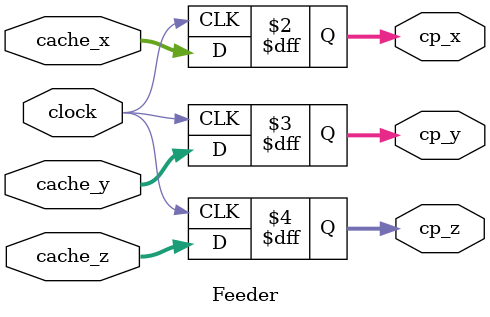
<source format=v>
`timescale 1ns / 1ps


module Feeder #(parameter N = 16,
                DISTANCE_MODULES = 32)
              (input wire clock,
                input wire [N*DISTANCE_MODULES-1:0]cache_x,
                input wire [N*DISTANCE_MODULES-1:0]cache_y,
                input wire [N*DISTANCE_MODULES-1:0]cache_z,
                output reg [N*DISTANCE_MODULES-1:0] cp_x,
                output reg [N*DISTANCE_MODULES-1:0] cp_y,
                output reg [N*DISTANCE_MODULES-1:0] cp_z
                );
    integer i,j;

    always @(posedge clock)
    begin
        cp_x              = cache_x;
        cp_y              = cache_y;
        cp_z              = cache_z;
    end
endmodule
    
    

</source>
